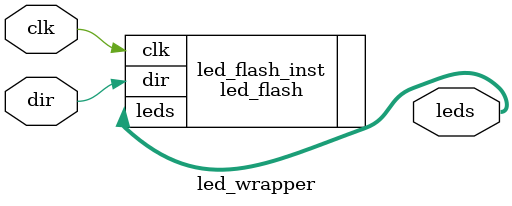
<source format=sv>
module led_wrapper
(
	input clk,
	input dir,
	output [3:0] leds
);
	led_flash led_flash_inst(
		.clk(clk),
		.dir(dir),
		.leds(leds)
	);
	

endmodule
</source>
